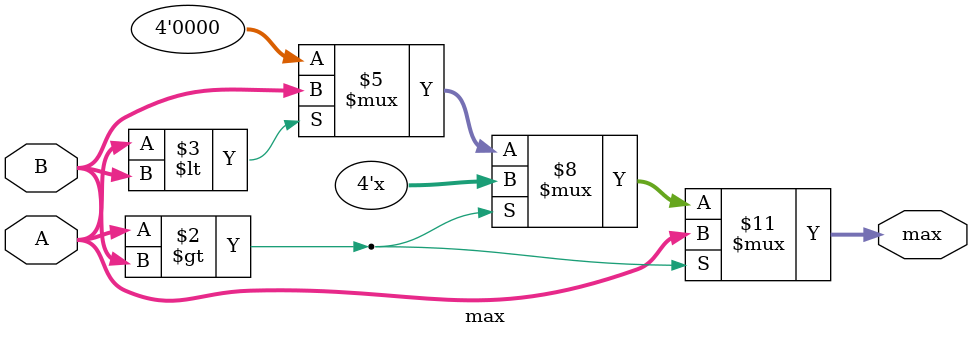
<source format=v>
module max (input [3:0] A, 
            input [3:0] B, 
            output reg [3:0] max);
  always @* begin
    if (A>B)
      max = A;
    else if (A<B)
      max = B;
      else 
      max = 0;
  end
endmodule 
</source>
